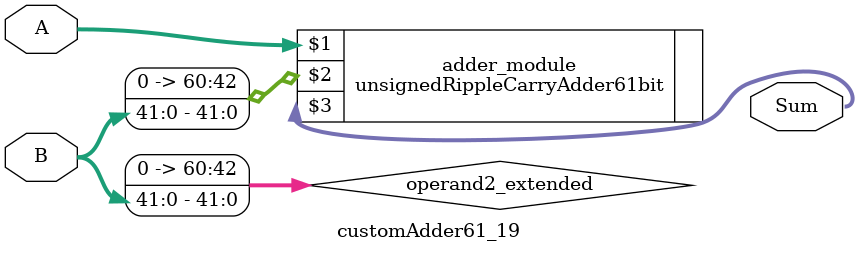
<source format=v>
module customAdder61_19(
                        input [60 : 0] A,
                        input [41 : 0] B,
                        
                        output [61 : 0] Sum
                );

        wire [60 : 0] operand2_extended;
        
        assign operand2_extended =  {19'b0, B};
        
        unsignedRippleCarryAdder61bit adder_module(
            A,
            operand2_extended,
            Sum
        );
        
        endmodule
        
</source>
